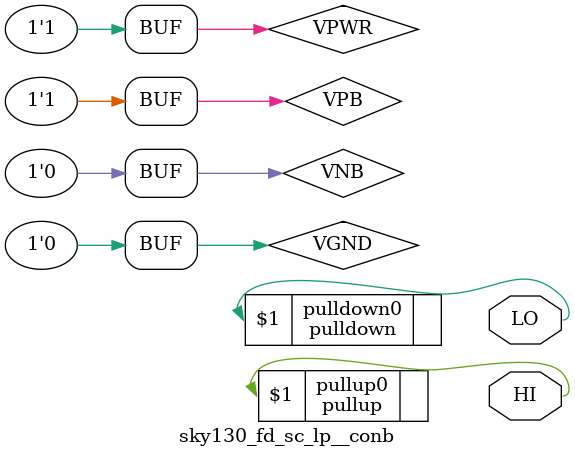
<source format=v>
/*
 * Copyright 2020 The SkyWater PDK Authors
 *
 * Licensed under the Apache License, Version 2.0 (the "License");
 * you may not use this file except in compliance with the License.
 * You may obtain a copy of the License at
 *
 *     https://www.apache.org/licenses/LICENSE-2.0
 *
 * Unless required by applicable law or agreed to in writing, software
 * distributed under the License is distributed on an "AS IS" BASIS,
 * WITHOUT WARRANTIES OR CONDITIONS OF ANY KIND, either express or implied.
 * See the License for the specific language governing permissions and
 * limitations under the License.
 *
 * SPDX-License-Identifier: Apache-2.0
*/


`ifndef SKY130_FD_SC_LP__CONB_TIMING_V
`define SKY130_FD_SC_LP__CONB_TIMING_V

/**
 * conb: Constant value, low, high outputs.
 *
 * Verilog simulation timing model.
 */

`timescale 1ns / 1ps
`default_nettype none

`celldefine
module sky130_fd_sc_lp__conb (
    HI,
    LO
);

    // Module ports
    output HI;
    output LO;

    // Module supplies
    supply1 VPWR;
    supply0 VGND;
    supply1 VPB ;
    supply0 VNB ;

    //       Name       Output
    pullup   pullup0   (HI    );
    pulldown pulldown0 (LO    );

endmodule
`endcelldefine

`default_nettype wire
`endif  // SKY130_FD_SC_LP__CONB_TIMING_V

</source>
